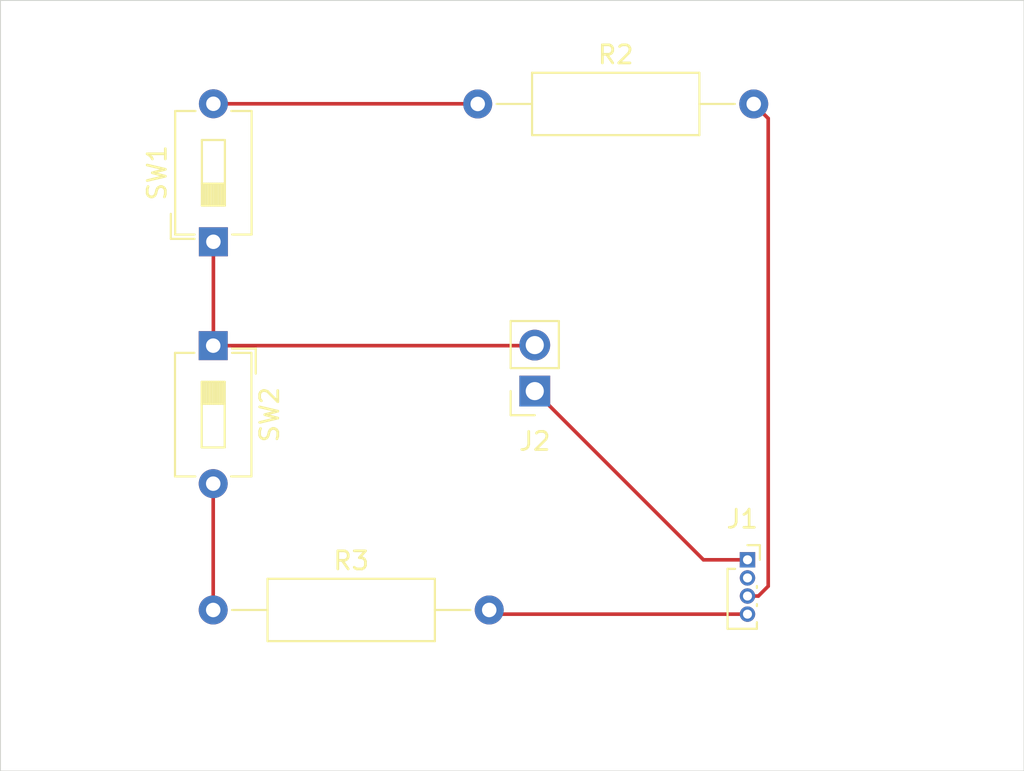
<source format=kicad_pcb>
(kicad_pcb (version 20240108) (generator "pcbnew") (generator_version "8.0")
  (layers (0 "F.Cu" signal) (31 "B.Cu" signal) (34 "B.Paste" user) (35 "F.Paste" user) (36 "B.SilkS" user "B.Silkscreen") (37 "F.SilkS" user "F.Silkscreen") (38 "B.Mask" user) (39 "F.Mask" user) (44 "Edge.Cuts" user))
  (net 0 "")
  (net 2 "/5V")
  (net 3 "Net-(J1-Pin_4)")
  (net 4 "Net-(J1-Pin_3)")
  (net 5 "/GND")
  (net 6 "/LEDR")
  (net 7 "/LEDB")
  (footprint "Button_Switch_THT:SW_DIP_SPSTx01_Slide_6.7x4.1mm_W7.62mm_P2.54mm_LowProfile" (layer "F.Cu") (at 112.405 103.495 90)
    (property "Reference" "SW1" (at 3.81 -3.11 90) (layer "F.SilkS"))
    (property "Value" "SW_SPST")
    (fp_line (start 0.16 -2.35) (end 1.543 -2.35) (stroke (width 0.12)) (layer "F.SilkS"))
    (fp_line (start 0.16 -2.35) (end 0.16 -1.04) (stroke (width 0.12)) (layer "F.SilkS"))
    (fp_line (start 7.221 -2.11) (end 7.221 -0.99) (stroke (width 0.12)) (layer "F.SilkS"))
    (fp_line (start 0.4 -2.11) (end 7.221 -2.11) (stroke (width 0.12)) (layer "F.SilkS"))
    (fp_line (start 0.4 -2.11) (end 0.4 -1.04) (stroke (width 0.12)) (layer "F.SilkS"))
    (fp_line (start 5.62 -0.635) (end 2 -0.635) (stroke (width 0.12)) (layer "F.SilkS"))
    (fp_line (start 3.206667 -0.635) (end 3.206667 0.635) (stroke (width 0.12)) (layer "F.SilkS"))
    (fp_line (start 2 -0.635) (end 2 0.635) (stroke (width 0.12)) (layer "F.SilkS"))
    (fp_line (start 2 -0.515) (end 3.206667 -0.515) (stroke (width 0.12)) (layer "F.SilkS"))
    (fp_line (start 2 -0.395) (end 3.206667 -0.395) (stroke (width 0.12)) (layer "F.SilkS"))
    (fp_line (start 2 -0.275) (end 3.206667 -0.275) (stroke (width 0.12)) (layer "F.SilkS"))
    (fp_line (start 2 -0.155) (end 3.206667 -0.155) (stroke (width 0.12)) (layer "F.SilkS"))
    (fp_line (start 2 -0.035) (end 3.206667 -0.035) (stroke (width 0.12)) (layer "F.SilkS"))
    (fp_line (start 2 0.085) (end 3.206667 0.085) (stroke (width 0.12)) (layer "F.SilkS"))
    (fp_line (start 2 0.205) (end 3.206667 0.205) (stroke (width 0.12)) (layer "F.SilkS"))
    (fp_line (start 2 0.325) (end 3.206667 0.325) (stroke (width 0.12)) (layer "F.SilkS"))
    (fp_line (start 2 0.445) (end 3.206667 0.445) (stroke (width 0.12)) (layer "F.SilkS"))
    (fp_line (start 2 0.565) (end 3.206667 0.565) (stroke (width 0.12)) (layer "F.SilkS"))
    (fp_line (start 5.62 0.635) (end 5.62 -0.635) (stroke (width 0.12)) (layer "F.SilkS"))
    (fp_line (start 2 0.635) (end 5.62 0.635) (stroke (width 0.12)) (layer "F.SilkS"))
    (fp_line (start 7.221 0.99) (end 7.221 2.11) (stroke (width 0.12)) (layer "F.SilkS"))
    (fp_line (start 0.4 1.04) (end 0.4 2.11) (stroke (width 0.12)) (layer "F.SilkS"))
    (fp_line (start 0.4 2.11) (end 7.221 2.11) (stroke (width 0.12)) (layer "F.SilkS"))
    (pad "1" thru_hole rect (at 0 0 90) (size 1.6 1.6) (drill 0.8) (layers "*.Cu" "*.Mask") (net 5 "/GND"))
    (pad "2" thru_hole oval (at 7.62 0 90) (size 1.6 1.6) (drill 0.8) (layers "*.Cu" "*.Mask") (net 6 "/LEDR"))
  )
  (footprint "Resistor_THT:R_Axial_DIN0309_L9.0mm_D3.2mm_P15.24mm_Horizontal" (layer "F.Cu") (at 112.395 123.825)
    (property "Reference" "R3" (at 7.62 -2.72 0) (layer "F.SilkS"))
    (property "Value" "330")
    (fp_line (start 1.04 0) (end 3 0) (stroke (width 0.12)) (layer "F.SilkS"))
    (fp_line (start 3 -1.72) (end 3 1.72) (stroke (width 0.12)) (layer "F.SilkS"))
    (fp_line (start 3 1.72) (end 12.24 1.72) (stroke (width 0.12)) (layer "F.SilkS"))
    (fp_line (start 12.24 -1.72) (end 3 -1.72) (stroke (width 0.12)) (layer "F.SilkS"))
    (fp_line (start 12.24 1.72) (end 12.24 -1.72) (stroke (width 0.12)) (layer "F.SilkS"))
    (fp_line (start 14.2 0) (end 12.24 0) (stroke (width 0.12)) (layer "F.SilkS"))
    (pad "1" thru_hole circle (at 0 0) (size 1.6 1.6) (drill 0.8) (layers "*.Cu" "*.Mask") (net 7 "/LEDB"))
    (pad "2" thru_hole oval (at 15.24 0) (size 1.6 1.6) (drill 0.8) (layers "*.Cu" "*.Mask") (net 3 "Net-(J1-Pin_4)"))
  )
  (footprint "Connector_PinSocket_2.54mm:PinSocket_1x02_P2.54mm_Vertical" (layer "F.Cu") (at 130.15 111.74 180)
    (property "Reference" "J2" (at 0 -2.77 360) (layer "F.SilkS"))
    (property "Value" "Conn_01x02")
    (fp_line (start 1.33 1.27) (end 1.33 3.87) (stroke (width 0.12)) (layer "F.SilkS"))
    (fp_line (start 1.33 -1.33) (end 1.33 0) (stroke (width 0.12)) (layer "F.SilkS"))
    (fp_line (start 0 -1.33) (end 1.33 -1.33) (stroke (width 0.12)) (layer "F.SilkS"))
    (fp_line (start -1.33 3.87) (end 1.33 3.87) (stroke (width 0.12)) (layer "F.SilkS"))
    (fp_line (start -1.33 1.27) (end 1.33 1.27) (stroke (width 0.12)) (layer "F.SilkS"))
    (fp_line (start -1.33 1.27) (end -1.33 3.87) (stroke (width 0.12)) (layer "F.SilkS"))
    (pad "1" thru_hole rect (at 0 0 180) (size 1.7 1.7) (drill 1) (layers "*.Cu" "*.Mask") (net 2 "/5V"))
    (pad "2" thru_hole oval (at 0 2.54 180) (size 1.7 1.7) (drill 1) (layers "*.Cu" "*.Mask") (net 5 "/GND"))
  )
  (footprint "Button_Switch_THT:SW_DIP_SPSTx01_Slide_6.7x4.1mm_W7.62mm_P2.54mm_LowProfile" (layer "F.Cu") (at 112.395 109.23 -90)
    (property "Reference" "SW2" (at 3.81 -3.11 90) (layer "F.SilkS"))
    (property "Value" "SW_SPST")
    (fp_line (start 0.4 2.11) (end 7.221 2.11) (stroke (width 0.12)) (layer "F.SilkS"))
    (fp_line (start 0.4 1.04) (end 0.4 2.11) (stroke (width 0.12)) (layer "F.SilkS"))
    (fp_line (start 7.221 0.99) (end 7.221 2.11) (stroke (width 0.12)) (layer "F.SilkS"))
    (fp_line (start 2 0.635) (end 5.62 0.635) (stroke (width 0.12)) (layer "F.SilkS"))
    (fp_line (start 5.62 0.635) (end 5.62 -0.635) (stroke (width 0.12)) (layer "F.SilkS"))
    (fp_line (start 2 0.565) (end 3.206667 0.565) (stroke (width 0.12)) (layer "F.SilkS"))
    (fp_line (start 2 0.445) (end 3.206667 0.445) (stroke (width 0.12)) (layer "F.SilkS"))
    (fp_line (start 2 0.325) (end 3.206667 0.325) (stroke (width 0.12)) (layer "F.SilkS"))
    (fp_line (start 2 0.205) (end 3.206667 0.205) (stroke (width 0.12)) (layer "F.SilkS"))
    (fp_line (start 2 0.085) (end 3.206667 0.085) (stroke (width 0.12)) (layer "F.SilkS"))
    (fp_line (start 2 -0.035) (end 3.206667 -0.035) (stroke (width 0.12)) (layer "F.SilkS"))
    (fp_line (start 2 -0.155) (end 3.206667 -0.155) (stroke (width 0.12)) (layer "F.SilkS"))
    (fp_line (start 2 -0.275) (end 3.206667 -0.275) (stroke (width 0.12)) (layer "F.SilkS"))
    (fp_line (start 2 -0.395) (end 3.206667 -0.395) (stroke (width 0.12)) (layer "F.SilkS"))
    (fp_line (start 2 -0.515) (end 3.206667 -0.515) (stroke (width 0.12)) (layer "F.SilkS"))
    (fp_line (start 2 -0.635) (end 2 0.635) (stroke (width 0.12)) (layer "F.SilkS"))
    (fp_line (start 3.206667 -0.635) (end 3.206667 0.635) (stroke (width 0.12)) (layer "F.SilkS"))
    (fp_line (start 5.62 -0.635) (end 2 -0.635) (stroke (width 0.12)) (layer "F.SilkS"))
    (fp_line (start 0.4 -2.11) (end 0.4 -1.04) (stroke (width 0.12)) (layer "F.SilkS"))
    (fp_line (start 0.4 -2.11) (end 7.221 -2.11) (stroke (width 0.12)) (layer "F.SilkS"))
    (fp_line (start 7.221 -2.11) (end 7.221 -0.99) (stroke (width 0.12)) (layer "F.SilkS"))
    (fp_line (start 0.16 -2.35) (end 0.16 -1.04) (stroke (width 0.12)) (layer "F.SilkS"))
    (fp_line (start 0.16 -2.35) (end 1.543 -2.35) (stroke (width 0.12)) (layer "F.SilkS"))
    (pad "1" thru_hole rect (at 0 0 270) (size 1.6 1.6) (drill 0.8) (layers "*.Cu" "*.Mask") (net 5 "/GND"))
    (pad "2" thru_hole oval (at 7.62 0 270) (size 1.6 1.6) (drill 0.8) (layers "*.Cu" "*.Mask") (net 7 "/LEDB"))
  )
  (footprint "Resistor_THT:R_Axial_DIN0309_L9.0mm_D3.2mm_P15.24mm_Horizontal" (layer "F.Cu") (at 127 95.885)
    (property "Reference" "R2" (at 7.62 -2.72 0) (layer "F.SilkS"))
    (property "Value" "330")
    (fp_line (start 1.04 0) (end 3 0) (stroke (width 0.12)) (layer "F.SilkS"))
    (fp_line (start 3 -1.72) (end 3 1.72) (stroke (width 0.12)) (layer "F.SilkS"))
    (fp_line (start 3 1.72) (end 12.24 1.72) (stroke (width 0.12)) (layer "F.SilkS"))
    (fp_line (start 12.24 -1.72) (end 3 -1.72) (stroke (width 0.12)) (layer "F.SilkS"))
    (fp_line (start 12.24 1.72) (end 12.24 -1.72) (stroke (width 0.12)) (layer "F.SilkS"))
    (fp_line (start 14.2 0) (end 12.24 0) (stroke (width 0.12)) (layer "F.SilkS"))
    (pad "1" thru_hole circle (at 0 0) (size 1.6 1.6) (drill 0.8) (layers "*.Cu" "*.Mask") (net 6 "/LEDR"))
    (pad "2" thru_hole oval (at 15.24 0) (size 1.6 1.6) (drill 0.8) (layers "*.Cu" "*.Mask") (net 4 "Net-(J1-Pin_3)"))
  )
  (footprint "Connector_PinSocket_1.00mm:PinSocket_1x04_P1.00mm_Vertical" (layer "F.Cu") (at 141.895 121.055)
    (property "Reference" "J1" (at -0.29 -2.25 0) (layer "F.SilkS"))
    (property "Value" "Conn_01x04")
    (fp_line (start -1.1 0.5) (end -1.1 3.81) (stroke (width 0.12)) (layer "F.SilkS"))
    (fp_line (start -1.1 0.5) (end -0.685 0.5) (stroke (width 0.12)) (layer "F.SilkS"))
    (fp_line (start -1.1 3.81) (end 0.52 3.81) (stroke (width 0.12)) (layer "F.SilkS"))
    (fp_line (start 0 -0.81) (end 0.685 -0.81) (stroke (width 0.12)) (layer "F.SilkS"))
    (fp_line (start 0.52 1.445898) (end 0.52 1.554102) (stroke (width 0.12)) (layer "F.SilkS"))
    (fp_line (start 0.52 2.445898) (end 0.52 2.554102) (stroke (width 0.12)) (layer "F.SilkS"))
    (fp_line (start 0.52 3.445898) (end 0.52 3.81) (stroke (width 0.12)) (layer "F.SilkS"))
    (fp_line (start 0.685 -0.81) (end 0.685 0) (stroke (width 0.12)) (layer "F.SilkS"))
    (pad "1" thru_hole rect (at 0 0) (size 0.85 0.85) (drill 0.5) (layers "*.Cu" "*.Mask") (net 2 "/5V"))
    (pad "2" thru_hole oval (at 0 1) (size 0.85 0.85) (drill 0.5) (layers "*.Cu" "*.Mask"))
    (pad "3" thru_hole oval (at 0 2) (size 0.85 0.85) (drill 0.5) (layers "*.Cu" "*.Mask") (net 4 "Net-(J1-Pin_3)"))
    (pad "4" thru_hole oval (at 0 3) (size 0.85 0.85) (drill 0.5) (layers "*.Cu" "*.Mask") (net 3 "Net-(J1-Pin_4)"))
  )
  (gr_rect (start 100.6475 90.17) (end 157.1625 132.715) (stroke (width 0.05)) (fill none) (layer "Edge.Cuts"))
  (segment (start 139.465 121.055) (end 130.15 111.74) (width 0.2) (layer "F.Cu") (net 2))
  (segment (start 141.895 121.055) (end 139.465 121.055) (width 0.2) (layer "F.Cu") (net 2))
  (segment (start 127.865 124.055) (end 127.635 123.825) (width 0.2) (layer "F.Cu") (net 3))
  (segment (start 141.895 124.055) (end 127.865 124.055) (width 0.2) (layer "F.Cu") (net 3))
  (segment (start 142.24 95.885) (end 143.039999 96.684999) (width 0.2) (layer "F.Cu") (net 4))
  (segment (start 143.039999 96.684999) (end 143.039999 122.511041) (width 0.2) (layer "F.Cu") (net 4))
  (segment (start 142.49604 123.055) (end 141.895 123.055) (width 0.2) (layer "F.Cu") (net 4))
  (segment (start 143.039999 122.511041) (end 142.49604 123.055) (width 0.2) (layer "F.Cu") (net 4))
  (segment (start 112.395 109.23) (end 130.12 109.23) (width 0.2) (layer "F.Cu") (net 5))
  (segment (start 130.12 109.23) (end 130.15 109.2) (width 0.2) (layer "F.Cu") (net 5))
  (segment (start 112.405 109.21) (end 112.405 103.495) (width 0.2) (layer "F.Cu") (net 5))
  (segment (start 112.395 109.23) (end 112.395 109.22) (width 0.2) (layer "F.Cu") (net 5))
  (segment (start 112.395 109.22) (end 112.405 109.21) (width 0.2) (layer "F.Cu") (net 5))
  (segment (start 126.99 95.875) (end 127 95.885) (width 0.2) (layer "F.Cu") (net 6))
  (segment (start 112.405 95.875) (end 126.99 95.875) (width 0.2) (layer "F.Cu") (net 6))
  (segment (start 112.395 123.825) (end 112.395 116.85) (width 0.2) (layer "F.Cu") (net 7))
)
</source>
